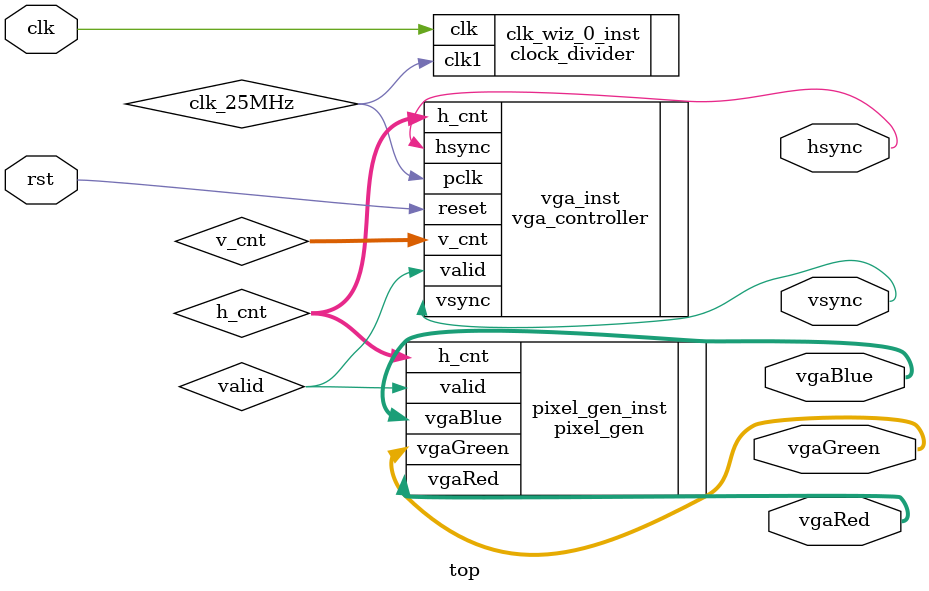
<source format=v>
module top(
   input clk,
   input rst,
   output [3:0] vgaRed,
   output [3:0] vgaGreen,
   output [3:0] vgaBlue,
   output hsync,
   output vsync
    );


    wire clk_25MHz;
    wire valid;
    wire [9:0] h_cnt; //640
    wire [9:0] v_cnt;  //480


     clock_divider clk_wiz_0_inst(
      .clk(clk),
      .clk1(clk_25MHz)
    );

   pixel_gen pixel_gen_inst(
       .h_cnt(h_cnt),
       .valid(valid),
       .vgaRed(vgaRed),
       .vgaGreen(vgaGreen),
       .vgaBlue(vgaBlue)
    );

    vga_controller   vga_inst(
      .pclk(clk_25MHz),
      .reset(rst),
      .hsync(hsync),
      .vsync(vsync),
      .valid(valid),
      .h_cnt(h_cnt),
      .v_cnt(v_cnt)
    );
      
endmodule

</source>
